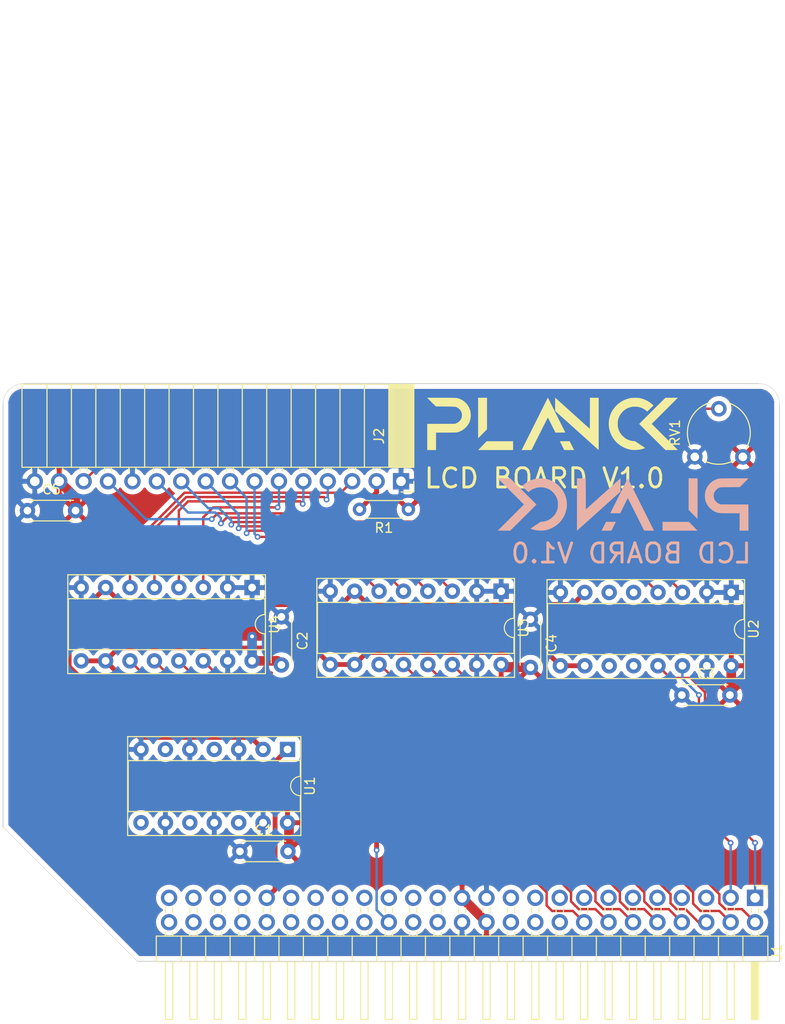
<source format=kicad_pcb>
(kicad_pcb (version 20171130) (host pcbnew "(5.1.10-1-10_14)")
  (layers (0 F.Cu signal) (31 B.Cu signal) (34 B.Paste user) (35 F.Paste user) (36 B.SilkS user) (37 F.SilkS user) (38 B.Mask user) (39 F.Mask user) (44 Edge.Cuts user))
  (net 0 "")
  (net 1 RDY)
  (net 2 A15)
  (net 3 A14)
  (net 4 A13)
  (net 5 A12)
  (net 6 A11)
  (net 7 GND)
  (net 8 +5V)
  (net 9 A10)
  (net 10 A9)
  (net 11 A8)
  (net 12 D7)
  (net 13 A7)
  (net 14 D6)
  (net 15 A6)
  (net 16 D5)
  (net 17 A5)
  (net 18 D4)
  (net 19 A4)
  (net 20 D3)
  (net 21 A3)
  (net 22 D2)
  (net 23 A2)
  (net 24 D1)
  (net 25 A1)
  (net 26 D0)
  (net 27 A0)
  (net 28 CLK)
  (net 29 BE)
  (net 30 SYNC)
  (net 31 EX3)
  (net 32 EX2)
  (net 33 EX1)
  (net 34 EX0)
  (net 35 ~NMI~)
  (net 36 ~RESET~)
  (net 37 ~SLOT_IRQ~)
  (net 38 ~IRQ~)
  (net 39 R~W~)
  (net 40 CLK_12M)
  (net 41 LED4)
  (net 42 LED3)
  (net 43 LED2)
  (net 44 LED1)
  (net 45 ~SLOT_SEL~)
  (net 46 ~INH~)
  (net 47 ~SSEL~)
  (net 48 ~SLOW~)
  (net 49 "Net-(U1-Pad6)")
  (net 50 "Net-(U1-Pad12)")
  (net 51 "Net-(U1-Pad4)")
  (net 52 "Net-(U1-Pad10)")
  (net 53 CLK_INV)
  (net 54 "Net-(U1-Pad8)")
  (net 55 "Net-(U2-Pad6)")
  (net 56 "Net-(U2-Pad5)")
  (net 57 "Net-(U2-Pad12)")
  (net 58 "Net-(U2-Pad11)")
  (net 59 /A)
  (net 60 /E)
  (net 61 /RS)
  (net 62 /D_7)
  (net 63 /D_6)
  (net 64 /D_5)
  (net 65 /D_4)
  (net 66 /D_3)
  (net 67 /D_2)
  (net 68 /D_1)
  (net 69 /D_0)
  (net 70 "Net-(J2-Pad14)")
  (module Logo:logo (layer B.Cu) (at 64.516 -47.498 180)
    (fp_text reference G*** hide)
    (fp_text value LOGO hide)
  )
  (module Logo:logo (layer F.Cu) (at 57.15 -55.88)
    (fp_text reference G*** hide)
    (fp_text value LOGO hide)
  )
  (module Resistor_THT:R_Axial_DIN0204_L3.6mm_D1.6mm_P5.08mm_Horizontal (layer F.Cu) (at 42.164 -46.99 180)
    (fp_text reference R1 (at 2.54 -1.92) (layer F.SilkS))
    (fp_text value 330R)
    (pad 2 thru_hole oval (at 5.08 0 180) (size 1.4 1.4) (drill 0.7) (layers *.Cu *.Mask) (net 59 /A))
    (pad 1 thru_hole circle (at 0 0 180) (size 1.4 1.4) (drill 0.7) (layers *.Cu *.Mask) (net 8 +5V))
  )
  (module Capacitor_THT:C_Disc_D4.3mm_W1.9mm_P5.00mm (layer F.Cu) (at 2.54 -46.863)
    (fp_text reference C5 (at 2.5 -2.2) (layer F.SilkS))
    (fp_text value 10n)
    (pad 2 thru_hole circle (at 5 0) (size 1.6 1.6) (drill 0.8) (layers *.Cu *.Mask) (net 8 +5V))
    (pad 1 thru_hole circle (at 0 0) (size 1.6 1.6) (drill 0.8) (layers *.Cu *.Mask) (net 7 GND))
  )
  (module Capacitor_THT:C_Disc_D4.3mm_W1.9mm_P5.00mm (layer F.Cu) (at 54.864 -35.56 270)
    (fp_text reference C4 (at 2.5 -2.2 90) (layer F.SilkS))
    (fp_text value 10n)
    (pad 2 thru_hole circle (at 5 0 270) (size 1.6 1.6) (drill 0.8) (layers *.Cu *.Mask) (net 8 +5V))
    (pad 1 thru_hole circle (at 0 0 270) (size 1.6 1.6) (drill 0.8) (layers *.Cu *.Mask) (net 7 GND))
  )
  (module Capacitor_THT:C_Disc_D4.3mm_W1.9mm_P5.00mm (layer F.Cu) (at 70.612 -27.686)
    (fp_text reference C3 (at 2.5 -2.2) (layer F.SilkS))
    (fp_text value 10n)
    (pad 2 thru_hole circle (at 5 0) (size 1.6 1.6) (drill 0.8) (layers *.Cu *.Mask) (net 8 +5V))
    (pad 1 thru_hole circle (at 0 0) (size 1.6 1.6) (drill 0.8) (layers *.Cu *.Mask) (net 7 GND))
  )
  (module Capacitor_THT:C_Disc_D4.3mm_W1.9mm_P5.00mm (layer F.Cu) (at 28.956 -35.814 270)
    (fp_text reference C2 (at 2.5 -2.2 90) (layer F.SilkS))
    (fp_text value 10n)
    (pad 2 thru_hole circle (at 5 0 270) (size 1.6 1.6) (drill 0.8) (layers *.Cu *.Mask) (net 8 +5V))
    (pad 1 thru_hole circle (at 0 0 270) (size 1.6 1.6) (drill 0.8) (layers *.Cu *.Mask) (net 7 GND))
  )
  (module Capacitor_THT:C_Disc_D4.3mm_W1.9mm_P5.00mm (layer F.Cu) (at 24.638 -11.43)
    (fp_text reference C1 (at 2.5 -2.2) (layer F.SilkS))
    (fp_text value 10n)
    (pad 2 thru_hole circle (at 5 0) (size 1.6 1.6) (drill 0.8) (layers *.Cu *.Mask) (net 8 +5V))
    (pad 1 thru_hole circle (at 0 0) (size 1.6 1.6) (drill 0.8) (layers *.Cu *.Mask) (net 7 GND))
  )
  (module Potentiometer_THT:Potentiometer_Piher_PT-6-V_Vertical (layer F.Cu) (at 76.962 -52.451 90)
    (fp_text reference RV1 (at 2.5 -7.06 90) (layer F.SilkS))
    (fp_text value R_POT_Small)
    (pad 1 thru_hole circle (at 0 0 90) (size 1.62 1.62) (drill 0.9) (layers *.Cu *.Mask) (net 8 +5V))
    (pad 2 thru_hole circle (at 5 -2.5 90) (size 1.62 1.62) (drill 0.9) (layers *.Cu *.Mask) (net 70 "Net-(J2-Pad14)"))
    (pad 3 thru_hole circle (at 0 -5 90) (size 1.62 1.62) (drill 0.9) (layers *.Cu *.Mask) (net 7 GND))
  )
  (module Package_DIP:DIP-16_W7.62mm_Socket (layer F.Cu) (at 25.908 -38.862 270)
    (fp_text reference U4 (at 3.81 -2.33 90) (layer F.SilkS))
    (fp_text value 74HC173)
    (pad 16 thru_hole oval (at 7.62 0 270) (size 1.6 1.6) (drill 0.8) (layers *.Cu *.Mask) (net 8 +5V))
    (pad 8 thru_hole oval (at 0 17.78 270) (size 1.6 1.6) (drill 0.8) (layers *.Cu *.Mask) (net 7 GND))
    (pad 15 thru_hole oval (at 7.62 2.54 270) (size 1.6 1.6) (drill 0.8) (layers *.Cu *.Mask) (net 7 GND))
    (pad 7 thru_hole oval (at 0 15.24 270) (size 1.6 1.6) (drill 0.8) (layers *.Cu *.Mask) (net 53 CLK_INV))
    (pad 14 thru_hole oval (at 7.62 5.08 270) (size 1.6 1.6) (drill 0.8) (layers *.Cu *.Mask) (net 18 D4))
    (pad 6 thru_hole oval (at 0 12.7 270) (size 1.6 1.6) (drill 0.8) (layers *.Cu *.Mask) (net 62 /D_7))
    (pad 13 thru_hole oval (at 7.62 7.62 270) (size 1.6 1.6) (drill 0.8) (layers *.Cu *.Mask) (net 16 D5))
    (pad 5 thru_hole oval (at 0 10.16 270) (size 1.6 1.6) (drill 0.8) (layers *.Cu *.Mask) (net 63 /D_6))
    (pad 12 thru_hole oval (at 7.62 10.16 270) (size 1.6 1.6) (drill 0.8) (layers *.Cu *.Mask) (net 14 D6))
    (pad 4 thru_hole oval (at 0 7.62 270) (size 1.6 1.6) (drill 0.8) (layers *.Cu *.Mask) (net 64 /D_5))
    (pad 11 thru_hole oval (at 7.62 12.7 270) (size 1.6 1.6) (drill 0.8) (layers *.Cu *.Mask) (net 12 D7))
    (pad 3 thru_hole oval (at 0 5.08 270) (size 1.6 1.6) (drill 0.8) (layers *.Cu *.Mask) (net 65 /D_4))
    (pad 10 thru_hole oval (at 7.62 15.24 270) (size 1.6 1.6) (drill 0.8) (layers *.Cu *.Mask) (net 45 ~SLOT_SEL~))
    (pad 2 thru_hole oval (at 0 2.54 270) (size 1.6 1.6) (drill 0.8) (layers *.Cu *.Mask) (net 7 GND))
    (pad 9 thru_hole oval (at 7.62 17.78 270) (size 1.6 1.6) (drill 0.8) (layers *.Cu *.Mask) (net 45 ~SLOT_SEL~))
    (pad 1 thru_hole rect (at 0 0 270) (size 1.6 1.6) (drill 0.8) (layers *.Cu *.Mask) (net 7 GND))
  )
  (module Package_DIP:DIP-16_W7.62mm_Socket (layer F.Cu) (at 51.816 -38.481 270)
    (fp_text reference U3 (at 3.81 -2.33 90) (layer F.SilkS))
    (fp_text value 74HC173)
    (pad 16 thru_hole oval (at 7.62 0 270) (size 1.6 1.6) (drill 0.8) (layers *.Cu *.Mask) (net 8 +5V))
    (pad 8 thru_hole oval (at 0 17.78 270) (size 1.6 1.6) (drill 0.8) (layers *.Cu *.Mask) (net 7 GND))
    (pad 15 thru_hole oval (at 7.62 2.54 270) (size 1.6 1.6) (drill 0.8) (layers *.Cu *.Mask) (net 7 GND))
    (pad 7 thru_hole oval (at 0 15.24 270) (size 1.6 1.6) (drill 0.8) (layers *.Cu *.Mask) (net 53 CLK_INV))
    (pad 14 thru_hole oval (at 7.62 5.08 270) (size 1.6 1.6) (drill 0.8) (layers *.Cu *.Mask) (net 26 D0))
    (pad 6 thru_hole oval (at 0 12.7 270) (size 1.6 1.6) (drill 0.8) (layers *.Cu *.Mask) (net 66 /D_3))
    (pad 13 thru_hole oval (at 7.62 7.62 270) (size 1.6 1.6) (drill 0.8) (layers *.Cu *.Mask) (net 24 D1))
    (pad 5 thru_hole oval (at 0 10.16 270) (size 1.6 1.6) (drill 0.8) (layers *.Cu *.Mask) (net 67 /D_2))
    (pad 12 thru_hole oval (at 7.62 10.16 270) (size 1.6 1.6) (drill 0.8) (layers *.Cu *.Mask) (net 22 D2))
    (pad 4 thru_hole oval (at 0 7.62 270) (size 1.6 1.6) (drill 0.8) (layers *.Cu *.Mask) (net 68 /D_1))
    (pad 11 thru_hole oval (at 7.62 12.7 270) (size 1.6 1.6) (drill 0.8) (layers *.Cu *.Mask) (net 20 D3))
    (pad 3 thru_hole oval (at 0 5.08 270) (size 1.6 1.6) (drill 0.8) (layers *.Cu *.Mask) (net 69 /D_0))
    (pad 10 thru_hole oval (at 7.62 15.24 270) (size 1.6 1.6) (drill 0.8) (layers *.Cu *.Mask) (net 45 ~SLOT_SEL~))
    (pad 2 thru_hole oval (at 0 2.54 270) (size 1.6 1.6) (drill 0.8) (layers *.Cu *.Mask) (net 7 GND))
    (pad 9 thru_hole oval (at 7.62 17.78 270) (size 1.6 1.6) (drill 0.8) (layers *.Cu *.Mask) (net 45 ~SLOT_SEL~))
    (pad 1 thru_hole rect (at 0 0 270) (size 1.6 1.6) (drill 0.8) (layers *.Cu *.Mask) (net 7 GND))
  )
  (module Package_DIP:DIP-16_W7.62mm_Socket (layer F.Cu) (at 75.7555 -38.354 270)
    (fp_text reference U2 (at 3.81 -2.33 90) (layer F.SilkS))
    (fp_text value 74HC173)
    (pad 16 thru_hole oval (at 7.62 0 270) (size 1.6 1.6) (drill 0.8) (layers *.Cu *.Mask) (net 8 +5V))
    (pad 8 thru_hole oval (at 0 17.78 270) (size 1.6 1.6) (drill 0.8) (layers *.Cu *.Mask) (net 7 GND))
    (pad 15 thru_hole oval (at 7.62 2.54 270) (size 1.6 1.6) (drill 0.8) (layers *.Cu *.Mask) (net 7 GND))
    (pad 7 thru_hole oval (at 0 15.24 270) (size 1.6 1.6) (drill 0.8) (layers *.Cu *.Mask) (net 53 CLK_INV))
    (pad 14 thru_hole oval (at 7.62 5.08 270) (size 1.6 1.6) (drill 0.8) (layers *.Cu *.Mask) (net 25 A1))
    (pad 6 thru_hole oval (at 0 12.7 270) (size 1.6 1.6) (drill 0.8) (layers *.Cu *.Mask) (net 55 "Net-(U2-Pad6)"))
    (pad 13 thru_hole oval (at 7.62 7.62 270) (size 1.6 1.6) (drill 0.8) (layers *.Cu *.Mask) (net 27 A0))
    (pad 5 thru_hole oval (at 0 10.16 270) (size 1.6 1.6) (drill 0.8) (layers *.Cu *.Mask) (net 56 "Net-(U2-Pad5)"))
    (pad 12 thru_hole oval (at 7.62 10.16 270) (size 1.6 1.6) (drill 0.8) (layers *.Cu *.Mask) (net 57 "Net-(U2-Pad12)"))
    (pad 4 thru_hole oval (at 0 7.62 270) (size 1.6 1.6) (drill 0.8) (layers *.Cu *.Mask) (net 60 /E))
    (pad 11 thru_hole oval (at 7.62 12.7 270) (size 1.6 1.6) (drill 0.8) (layers *.Cu *.Mask) (net 58 "Net-(U2-Pad11)"))
    (pad 3 thru_hole oval (at 0 5.08 270) (size 1.6 1.6) (drill 0.8) (layers *.Cu *.Mask) (net 61 /RS))
    (pad 10 thru_hole oval (at 7.62 15.24 270) (size 1.6 1.6) (drill 0.8) (layers *.Cu *.Mask) (net 45 ~SLOT_SEL~))
    (pad 2 thru_hole oval (at 0 2.54 270) (size 1.6 1.6) (drill 0.8) (layers *.Cu *.Mask) (net 7 GND))
    (pad 9 thru_hole oval (at 7.62 17.78 270) (size 1.6 1.6) (drill 0.8) (layers *.Cu *.Mask) (net 45 ~SLOT_SEL~))
    (pad 1 thru_hole rect (at 0 0 270) (size 1.6 1.6) (drill 0.8) (layers *.Cu *.Mask) (net 7 GND))
  )
  (module Package_DIP:DIP-14_W7.62mm_Socket (layer F.Cu) (at 29.591 -22.0345 270)
    (fp_text reference U1 (at 3.81 -2.33 90) (layer F.SilkS))
    (fp_text value 74HC04)
    (pad 14 thru_hole oval (at 7.62 0 270) (size 1.6 1.6) (drill 0.8) (layers *.Cu *.Mask) (net 8 +5V))
    (pad 7 thru_hole oval (at 0 15.24 270) (size 1.6 1.6) (drill 0.8) (layers *.Cu *.Mask) (net 7 GND))
    (pad 13 thru_hole oval (at 7.62 2.54 270) (size 1.6 1.6) (drill 0.8) (layers *.Cu *.Mask) (net 7 GND))
    (pad 6 thru_hole oval (at 0 12.7 270) (size 1.6 1.6) (drill 0.8) (layers *.Cu *.Mask) (net 49 "Net-(U1-Pad6)"))
    (pad 12 thru_hole oval (at 7.62 5.08 270) (size 1.6 1.6) (drill 0.8) (layers *.Cu *.Mask) (net 50 "Net-(U1-Pad12)"))
    (pad 5 thru_hole oval (at 0 10.16 270) (size 1.6 1.6) (drill 0.8) (layers *.Cu *.Mask) (net 7 GND))
    (pad 11 thru_hole oval (at 7.62 7.62 270) (size 1.6 1.6) (drill 0.8) (layers *.Cu *.Mask) (net 7 GND))
    (pad 4 thru_hole oval (at 0 7.62 270) (size 1.6 1.6) (drill 0.8) (layers *.Cu *.Mask) (net 51 "Net-(U1-Pad4)"))
    (pad 10 thru_hole oval (at 7.62 10.16 270) (size 1.6 1.6) (drill 0.8) (layers *.Cu *.Mask) (net 52 "Net-(U1-Pad10)"))
    (pad 3 thru_hole oval (at 0 5.08 270) (size 1.6 1.6) (drill 0.8) (layers *.Cu *.Mask) (net 7 GND))
    (pad 9 thru_hole oval (at 7.62 12.7 270) (size 1.6 1.6) (drill 0.8) (layers *.Cu *.Mask) (net 7 GND))
    (pad 2 thru_hole oval (at 0 2.54 270) (size 1.6 1.6) (drill 0.8) (layers *.Cu *.Mask) (net 53 CLK_INV))
    (pad 8 thru_hole oval (at 7.62 15.24 270) (size 1.6 1.6) (drill 0.8) (layers *.Cu *.Mask) (net 54 "Net-(U1-Pad8)"))
    (pad 1 thru_hole rect (at 0 0 270) (size 1.6 1.6) (drill 0.8) (layers *.Cu *.Mask) (net 28 CLK))
  )
  (module Connector_PinSocket_2.54mm:PinSocket_1x16_P2.54mm_Horizontal (layer F.Cu) (at 41.402 -49.911 270)
    (fp_text reference J2 (at -4.699 2.286 90) (layer F.SilkS))
    (fp_text value Conn_01x16)
    (pad 16 thru_hole oval (at 0 38.1 270) (size 1.7 1.7) (drill 1) (layers *.Cu *.Mask) (net 7 GND))
    (pad 15 thru_hole oval (at 0 35.56 270) (size 1.7 1.7) (drill 1) (layers *.Cu *.Mask) (net 8 +5V))
    (pad 14 thru_hole oval (at 0 33.02 270) (size 1.7 1.7) (drill 1) (layers *.Cu *.Mask) (net 70 "Net-(J2-Pad14)"))
    (pad 13 thru_hole oval (at 0 30.48 270) (size 1.7 1.7) (drill 1) (layers *.Cu *.Mask) (net 61 /RS))
    (pad 12 thru_hole oval (at 0 27.94 270) (size 1.7 1.7) (drill 1) (layers *.Cu *.Mask) (net 7 GND))
    (pad 11 thru_hole oval (at 0 25.4 270) (size 1.7 1.7) (drill 1) (layers *.Cu *.Mask) (net 60 /E))
    (pad 10 thru_hole oval (at 0 22.86 270) (size 1.7 1.7) (drill 1) (layers *.Cu *.Mask) (net 69 /D_0))
    (pad 9 thru_hole oval (at 0 20.32 270) (size 1.7 1.7) (drill 1) (layers *.Cu *.Mask) (net 68 /D_1))
    (pad 8 thru_hole oval (at 0 17.78 270) (size 1.7 1.7) (drill 1) (layers *.Cu *.Mask) (net 67 /D_2))
    (pad 7 thru_hole oval (at 0 15.24 270) (size 1.7 1.7) (drill 1) (layers *.Cu *.Mask) (net 66 /D_3))
    (pad 6 thru_hole oval (at 0 12.7 270) (size 1.7 1.7) (drill 1) (layers *.Cu *.Mask) (net 65 /D_4))
    (pad 5 thru_hole oval (at 0 10.16 270) (size 1.7 1.7) (drill 1) (layers *.Cu *.Mask) (net 64 /D_5))
    (pad 4 thru_hole oval (at 0 7.62 270) (size 1.7 1.7) (drill 1) (layers *.Cu *.Mask) (net 63 /D_6))
    (pad 3 thru_hole oval (at 0 5.08 270) (size 1.7 1.7) (drill 1) (layers *.Cu *.Mask) (net 62 /D_7))
    (pad 2 thru_hole oval (at 0 2.54 270) (size 1.7 1.7) (drill 1) (layers *.Cu *.Mask) (net 59 /A))
    (pad 1 thru_hole rect (at 0 0 270) (size 1.7 1.7) (drill 1) (layers *.Cu *.Mask) (net 7 GND))
  )
  (module Connector_PinHeader_2.54mm:PinHeader_2x25_P2.54mm_Horizontal (layer F.Cu) (at 78.232 -6.604 270)
    (fp_text reference J1 (at 5.655 -2.27 90) (layer F.SilkS))
    (fp_text value Conn_01x40)
    (pad 50 thru_hole oval (at 2.54 60.96 270) (size 1.7 1.7) (drill 1) (layers *.Cu *.Mask) (net 35 ~NMI~))
    (pad 49 thru_hole oval (at 0 60.96 270) (size 1.7 1.7) (drill 1) (layers *.Cu *.Mask) (net 36 ~RESET~))
    (pad 48 thru_hole oval (at 2.54 58.42 270) (size 1.7 1.7) (drill 1) (layers *.Cu *.Mask) (net 37 ~SLOT_IRQ~))
    (pad 47 thru_hole oval (at 0 58.42 270) (size 1.7 1.7) (drill 1) (layers *.Cu *.Mask) (net 30 SYNC))
    (pad 46 thru_hole oval (at 2.54 55.88 270) (size 1.7 1.7) (drill 1) (layers *.Cu *.Mask) (net 31 EX3))
    (pad 45 thru_hole oval (at 0 55.88 270) (size 1.7 1.7) (drill 1) (layers *.Cu *.Mask) (net 38 ~IRQ~))
    (pad 44 thru_hole oval (at 2.54 53.34 270) (size 1.7 1.7) (drill 1) (layers *.Cu *.Mask) (net 32 EX2))
    (pad 43 thru_hole oval (at 0 53.34 270) (size 1.7 1.7) (drill 1) (layers *.Cu *.Mask) (net 39 R~W~))
    (pad 42 thru_hole oval (at 2.54 50.8 270) (size 1.7 1.7) (drill 1) (layers *.Cu *.Mask) (net 40 CLK_12M))
    (pad 41 thru_hole oval (at 0 50.8 270) (size 1.7 1.7) (drill 1) (layers *.Cu *.Mask) (net 28 CLK))
    (pad 40 thru_hole oval (at 2.54 48.26 270) (size 1.7 1.7) (drill 1) (layers *.Cu *.Mask) (net 41 LED4))
    (pad 39 thru_hole oval (at 0 48.26 270) (size 1.7 1.7) (drill 1) (layers *.Cu *.Mask) (net 29 BE))
    (pad 38 thru_hole oval (at 2.54 45.72 270) (size 1.7 1.7) (drill 1) (layers *.Cu *.Mask) (net 42 LED3))
    (pad 37 thru_hole oval (at 0 45.72 270) (size 1.7 1.7) (drill 1) (layers *.Cu *.Mask) (net 1 RDY))
    (pad 36 thru_hole oval (at 2.54 43.18 270) (size 1.7 1.7) (drill 1) (layers *.Cu *.Mask) (net 43 LED2))
    (pad 35 thru_hole oval (at 0 43.18 270) (size 1.7 1.7) (drill 1) (layers *.Cu *.Mask) (net 2 A15))
    (pad 34 thru_hole oval (at 2.54 40.64 270) (size 1.7 1.7) (drill 1) (layers *.Cu *.Mask) (net 44 LED1))
    (pad 33 thru_hole oval (at 0 40.64 270) (size 1.7 1.7) (drill 1) (layers *.Cu *.Mask) (net 3 A14))
    (pad 32 thru_hole oval (at 2.54 38.1 270) (size 1.7 1.7) (drill 1) (layers *.Cu *.Mask) (net 45 ~SLOT_SEL~))
    (pad 31 thru_hole oval (at 0 38.1 270) (size 1.7 1.7) (drill 1) (layers *.Cu *.Mask) (net 4 A13))
    (pad 30 thru_hole oval (at 2.54 35.56 270) (size 1.7 1.7) (drill 1) (layers *.Cu *.Mask) (net 46 ~INH~))
    (pad 29 thru_hole oval (at 0 35.56 270) (size 1.7 1.7) (drill 1) (layers *.Cu *.Mask) (net 5 A12))
    (pad 28 thru_hole oval (at 2.54 33.02 270) (size 1.7 1.7) (drill 1) (layers *.Cu *.Mask) (net 47 ~SSEL~))
    (pad 27 thru_hole oval (at 0 33.02 270) (size 1.7 1.7) (drill 1) (layers *.Cu *.Mask) (net 6 A11))
    (pad 26 thru_hole oval (at 2.54 30.48 270) (size 1.7 1.7) (drill 1) (layers *.Cu *.Mask) (net 7 GND))
    (pad 25 thru_hole oval (at 0 30.48 270) (size 1.7 1.7) (drill 1) (layers *.Cu *.Mask) (net 8 +5V))
    (pad 24 thru_hole oval (at 2.54 27.94 270) (size 1.7 1.7) (drill 1) (layers *.Cu *.Mask) (net 8 +5V))
    (pad 23 thru_hole oval (at 0 27.94 270) (size 1.7 1.7) (drill 1) (layers *.Cu *.Mask) (net 7 GND))
    (pad 22 thru_hole oval (at 2.54 25.4 270) (size 1.7 1.7) (drill 1) (layers *.Cu *.Mask) (net 48 ~SLOW~))
    (pad 21 thru_hole oval (at 0 25.4 270) (size 1.7 1.7) (drill 1) (layers *.Cu *.Mask) (net 9 A10))
    (pad 20 thru_hole oval (at 2.54 22.86 270) (size 1.7 1.7) (drill 1) (layers *.Cu *.Mask) (net 33 EX1))
    (pad 19 thru_hole oval (at 0 22.86 270) (size 1.7 1.7) (drill 1) (layers *.Cu *.Mask) (net 10 A9))
    (pad 18 thru_hole oval (at 2.54 20.32 270) (size 1.7 1.7) (drill 1) (layers *.Cu *.Mask) (net 34 EX0))
    (pad 17 thru_hole oval (at 0 20.32 270) (size 1.7 1.7) (drill 1) (layers *.Cu *.Mask) (net 11 A8))
    (pad 16 thru_hole oval (at 2.54 17.78 270) (size 1.7 1.7) (drill 1) (layers *.Cu *.Mask) (net 12 D7))
    (pad 15 thru_hole oval (at 0 17.78 270) (size 1.7 1.7) (drill 1) (layers *.Cu *.Mask) (net 13 A7))
    (pad 14 thru_hole oval (at 2.54 15.24 270) (size 1.7 1.7) (drill 1) (layers *.Cu *.Mask) (net 14 D6))
    (pad 13 thru_hole oval (at 0 15.24 270) (size 1.7 1.7) (drill 1) (layers *.Cu *.Mask) (net 15 A6))
    (pad 12 thru_hole oval (at 2.54 12.7 270) (size 1.7 1.7) (drill 1) (layers *.Cu *.Mask) (net 16 D5))
    (pad 11 thru_hole oval (at 0 12.7 270) (size 1.7 1.7) (drill 1) (layers *.Cu *.Mask) (net 17 A5))
    (pad 10 thru_hole oval (at 2.54 10.16 270) (size 1.7 1.7) (drill 1) (layers *.Cu *.Mask) (net 18 D4))
    (pad 9 thru_hole oval (at 0 10.16 270) (size 1.7 1.7) (drill 1) (layers *.Cu *.Mask) (net 19 A4))
    (pad 8 thru_hole oval (at 2.54 7.62 270) (size 1.7 1.7) (drill 1) (layers *.Cu *.Mask) (net 20 D3))
    (pad 7 thru_hole oval (at 0 7.62 270) (size 1.7 1.7) (drill 1) (layers *.Cu *.Mask) (net 21 A3))
    (pad 6 thru_hole oval (at 2.54 5.08 270) (size 1.7 1.7) (drill 1) (layers *.Cu *.Mask) (net 22 D2))
    (pad 5 thru_hole oval (at 0 5.08 270) (size 1.7 1.7) (drill 1) (layers *.Cu *.Mask) (net 23 A2))
    (pad 4 thru_hole oval (at 2.54 2.54 270) (size 1.7 1.7) (drill 1) (layers *.Cu *.Mask) (net 24 D1))
    (pad 3 thru_hole oval (at 0 2.54 270) (size 1.7 1.7) (drill 1) (layers *.Cu *.Mask) (net 25 A1))
    (pad 2 thru_hole oval (at 2.54 0 270) (size 1.7 1.7) (drill 1) (layers *.Cu *.Mask) (net 26 D0))
    (pad 1 thru_hole rect (at 0 0 270) (size 1.7 1.7) (drill 1) (layers *.Cu *.Mask) (net 27 A0))
  )
  (gr_arc (start 2.159 -57.912) (end 2.159 -60.071) (angle -90) (layer Edge.Cuts) (width 0.05))
  (gr_arc (start 78.613 -57.912) (end 80.772 -57.912) (angle -90) (layer Edge.Cuts) (width 0.05))
  (gr_text "LCD BOARD V1.0" (at 65.3415 -42.418) (layer B.SilkS) (effects (font (size 2 2) (thickness 0.3)) (justify mirror)))
  (gr_line (start 13.97 0) (end 0 -13.97) (layer Edge.Cuts) (width 0.05))
  (gr_text "LCD BOARD V1.0" (at 56.3245 -50.2285) (layer F.SilkS) (effects (font (size 2 2) (thickness 0.3))))
  (gr_line (start 2.159 -60.071) (end 78.613 -60.071) (layer Edge.Cuts) (width 0.1))
  (gr_line (start 0 -13.97) (end 0 -57.912) (layer Edge.Cuts) (width 0.1))
  (gr_line (start 80.772 0) (end 13.97 0) (layer Edge.Cuts) (width 0.1))
  (gr_line (start 80.772 -57.912) (end 80.772 0) (layer Edge.Cuts) (width 0.1))
  (segment (start 26.77 -14.1335) (end 27.051 -14.4145) (width 1) (layer F.Cu) (net 7))
  (segment (start 48.995 -30.58) (end 49.276 -30.861) (width 1) (layer F.Cu) (net 7))
  (segment (start 3.148 -49.757) (end 3.302 -49.911) (width 1) (layer F.Cu) (net 7))
  (segment (start 29.745 -14.2605) (end 29.591 -14.4145) (width 1) (layer F.Cu) (net 8))
  (segment (start 29.745 -11.6205) (end 29.745 -14.2605) (width 1) (layer F.Cu) (net 8))
  (segment (start 50.292 -4.064) (end 47.752 -6.604) (width 1) (layer F.Cu) (net 8))
  (via (at 25.908 -33.782) (size 0.8) (drill 0.4) (layers F.Cu B.Cu) (net 8))
  (segment (start 25.908 -31.242) (end 25.908 -33.782) (width 1) (layer B.Cu) (net 8))
  (segment (start 75.7555 -27.8295) (end 75.7555 -30.734) (width 1) (layer F.Cu) (net 8))
  (segment (start 75.612 -27.686) (end 75.7555 -27.8295) (width 1) (layer F.Cu) (net 8))
  (segment (start 52.117 -30.56) (end 51.816 -30.861) (width 1) (layer F.Cu) (net 8))
  (segment (start 54.864 -30.56) (end 52.117 -30.56) (width 1) (layer F.Cu) (net 8))
  (segment (start 28.528 -31.242) (end 25.908 -31.242) (width 1) (layer F.Cu) (net 8))
  (segment (start 28.956 -30.814) (end 28.528 -31.242) (width 1) (layer F.Cu) (net 8))
  (segment (start 7.54 -48.213) (end 5.842 -49.911) (width 1) (layer F.Cu) (net 8))
  (segment (start 7.54 -46.863) (end 7.54 -48.213) (width 1) (layer F.Cu) (net 8))
  (segment (start 59.276999 -5.239001) (end 57.117999 -5.239001) (width 0.25) (layer F.Cu) (net 12))
  (segment (start 60.452 -4.064) (end 59.276999 -5.239001) (width 0.25) (layer F.Cu) (net 12))
  (segment (start 57.117999 -5.239001) (end 56.547001 -5.809999) (width 0.25) (layer F.Cu) (net 12))
  (segment (start 56.547001 -7.168001) (end 35.838502 -27.8765) (width 0.25) (layer F.Cu) (net 12))
  (segment (start 56.547001 -5.809999) (end 56.547001 -7.168001) (width 0.25) (layer F.Cu) (net 12))
  (segment (start 16.5735 -27.8765) (end 13.208 -31.242) (width 0.25) (layer F.Cu) (net 12))
  (segment (start 35.838502 -27.8765) (end 16.5735 -27.8765) (width 0.25) (layer F.Cu) (net 12))
  (segment (start 62.992 -4.064) (end 61.627001 -5.428999) (width 0.25) (layer F.Cu) (net 14))
  (segment (start 59.887999 -5.428999) (end 59.087001 -6.229997) (width 0.25) (layer F.Cu) (net 14))
  (segment (start 37.928491 -28.326511) (end 18.663489 -28.326511) (width 0.25) (layer F.Cu) (net 14))
  (segment (start 59.087001 -7.168001) (end 37.928491 -28.326511) (width 0.25) (layer F.Cu) (net 14))
  (segment (start 59.087001 -6.229997) (end 59.087001 -7.168001) (width 0.25) (layer F.Cu) (net 14))
  (segment (start 61.627001 -5.428999) (end 59.887999 -5.428999) (width 0.25) (layer F.Cu) (net 14))
  (segment (start 18.663489 -28.326511) (end 15.748 -31.242) (width 0.25) (layer F.Cu) (net 14))
  (segment (start 62.427999 -5.428999) (end 61.627001 -6.229997) (width 0.25) (layer F.Cu) (net 16))
  (segment (start 64.167001 -5.428999) (end 62.427999 -5.428999) (width 0.25) (layer F.Cu) (net 16))
  (segment (start 20.753478 -28.776522) (end 18.288 -31.242) (width 0.25) (layer F.Cu) (net 16))
  (segment (start 61.627001 -7.168001) (end 40.01848 -28.776522) (width 0.25) (layer F.Cu) (net 16))
  (segment (start 65.532 -4.064) (end 64.167001 -5.428999) (width 0.25) (layer F.Cu) (net 16))
  (segment (start 40.01848 -28.776522) (end 20.753478 -28.776522) (width 0.25) (layer F.Cu) (net 16))
  (segment (start 61.627001 -6.229997) (end 61.627001 -7.168001) (width 0.25) (layer F.Cu) (net 16))
  (segment (start 68.072 -4.064) (end 66.707001 -5.428999) (width 0.25) (layer F.Cu) (net 18))
  (segment (start 46.437491 -24.897511) (end 44.533902 -24.897511) (width 0.25) (layer F.Cu) (net 18))
  (segment (start 66.707001 -5.428999) (end 64.967999 -5.428999) (width 0.25) (layer F.Cu) (net 18))
  (segment (start 64.967999 -5.428999) (end 64.167001 -6.229997) (width 0.25) (layer F.Cu) (net 18))
  (segment (start 64.167001 -7.168001) (end 46.437491 -24.897511) (width 0.25) (layer F.Cu) (net 18))
  (segment (start 64.167001 -6.229997) (end 64.167001 -7.168001) (width 0.25) (layer F.Cu) (net 18))
  (segment (start 40.20488 -29.226533) (end 22.843467 -29.226533) (width 0.25) (layer F.Cu) (net 18))
  (segment (start 44.533902 -24.897511) (end 40.20488 -29.226533) (width 0.25) (layer F.Cu) (net 18))
  (segment (start 22.843467 -29.226533) (end 20.828 -31.242) (width 0.25) (layer F.Cu) (net 18))
  (segment (start 70.612 -4.064) (end 69.247001 -5.428999) (width 0.25) (layer F.Cu) (net 20))
  (segment (start 69.247001 -5.428999) (end 67.507999 -5.428999) (width 0.25) (layer F.Cu) (net 20))
  (segment (start 39.206824 -30.861) (end 39.116 -30.861) (width 0.25) (layer F.Cu) (net 20))
  (segment (start 66.707001 -6.229997) (end 66.707001 -7.168001) (width 0.25) (layer F.Cu) (net 20))
  (segment (start 66.707001 -7.168001) (end 48.52748 -25.347522) (width 0.25) (layer F.Cu) (net 20))
  (segment (start 44.720302 -25.347522) (end 39.206824 -30.861) (width 0.25) (layer F.Cu) (net 20))
  (segment (start 48.52748 -25.347522) (end 44.720302 -25.347522) (width 0.25) (layer F.Cu) (net 20))
  (segment (start 67.507999 -5.428999) (end 66.707001 -6.229997) (width 0.25) (layer F.Cu) (net 20))
  (segment (start 69.436999 -6.978003) (end 50.570502 -25.8445) (width 0.25) (layer F.Cu) (net 22))
  (segment (start 69.436999 -6.039999) (end 69.436999 -6.978003) (width 0.25) (layer F.Cu) (net 22))
  (segment (start 73.152 -4.064) (end 72.351002 -4.064) (width 0.25) (layer F.Cu) (net 22))
  (segment (start 72.351002 -4.064) (end 70.986003 -5.428999) (width 0.25) (layer F.Cu) (net 22))
  (segment (start 70.986003 -5.428999) (end 70.047999 -5.428999) (width 0.25) (layer F.Cu) (net 22))
  (segment (start 70.047999 -5.428999) (end 69.436999 -6.039999) (width 0.25) (layer F.Cu) (net 22))
  (segment (start 46.6725 -25.8445) (end 41.656 -30.861) (width 0.25) (layer F.Cu) (net 22))
  (segment (start 50.570502 -25.8445) (end 46.6725 -25.8445) (width 0.25) (layer F.Cu) (net 22))
  (segment (start 44.196 -30.734) (end 44.196 -30.861) (width 0.25) (layer F.Cu) (net 24))
  (segment (start 74.516999 -5.239001) (end 72.548499 -5.239001) (width 0.25) (layer F.Cu) (net 24))
  (segment (start 71.787001 -7.168001) (end 52.660491 -26.294511) (width 0.25) (layer F.Cu) (net 24))
  (segment (start 71.787001 -6.000499) (end 71.787001 -7.168001) (width 0.25) (layer F.Cu) (net 24))
  (segment (start 72.548499 -5.239001) (end 71.787001 -6.000499) (width 0.25) (layer F.Cu) (net 24))
  (segment (start 75.692 -4.064) (end 74.516999 -5.239001) (width 0.25) (layer F.Cu) (net 24))
  (segment (start 52.660491 -26.294511) (end 48.635489 -26.294511) (width 0.25) (layer F.Cu) (net 24))
  (segment (start 48.635489 -26.294511) (end 44.196 -30.734) (width 0.25) (layer F.Cu) (net 24))
  (via (at 75.692 -12.319) (size 0.6) (drill 0.3) (layers F.Cu B.Cu) (net 25))
  (segment (start 75.692 -12.319) (end 75.692 -6.604) (width 0.25) (layer B.Cu) (net 25))
  (segment (start 75.692 -12.319) (end 72.39 -15.621) (width 0.25) (layer F.Cu) (net 25))
  (segment (start 72.39 -15.621) (end 72.39 -27.686) (width 0.25) (layer F.Cu) (net 25))
  (via (at 72.39 -27.686) (size 0.6) (drill 0.3) (layers F.Cu B.Cu) (net 25))
  (segment (start 70.6755 -29.4005) (end 72.39 -27.686) (width 0.25) (layer B.Cu) (net 25))
  (segment (start 70.6755 -30.734) (end 70.6755 -29.4005) (width 0.25) (layer B.Cu) (net 25))
  (segment (start 76.867001 -5.428999) (end 75.127999 -5.428999) (width 0.25) (layer F.Cu) (net 26))
  (segment (start 54.691512 -26.80349) (end 50.79351 -26.80349) (width 0.25) (layer F.Cu) (net 26))
  (segment (start 75.127999 -5.428999) (end 74.516999 -6.039999) (width 0.25) (layer F.Cu) (net 26))
  (segment (start 74.516999 -6.039999) (end 74.516999 -6.978003) (width 0.25) (layer F.Cu) (net 26))
  (segment (start 78.232 -4.064) (end 76.867001 -5.428999) (width 0.25) (layer F.Cu) (net 26))
  (segment (start 74.516999 -6.978003) (end 54.691512 -26.80349) (width 0.25) (layer F.Cu) (net 26))
  (segment (start 50.79351 -26.80349) (end 46.736 -30.861) (width 0.25) (layer F.Cu) (net 26))
  (via (at 78.232 -12.319) (size 0.6) (drill 0.3) (layers F.Cu B.Cu) (net 27))
  (segment (start 78.232 -12.319) (end 78.232 -6.604) (width 0.25) (layer B.Cu) (net 27))
  (segment (start 71.537004 -29.464) (end 69.4055 -29.464) (width 0.25) (layer F.Cu) (net 27))
  (segment (start 73.015002 -17.535998) (end 73.015002 -27.986002) (width 0.25) (layer F.Cu) (net 27))
  (segment (start 69.4055 -29.464) (end 68.1355 -30.734) (width 0.25) (layer F.Cu) (net 27))
  (segment (start 73.015002 -27.986002) (end 71.537004 -29.464) (width 0.25) (layer F.Cu) (net 27))
  (segment (start 78.232 -12.319) (end 73.015002 -17.535998) (width 0.25) (layer F.Cu) (net 27))
  (segment (start 28.301001 -20.744501) (end 29.591 -22.0345) (width 0.5) (layer F.Cu) (net 28))
  (segment (start 28.301001 -7.473001) (end 28.301001 -20.744501) (width 0.5) (layer F.Cu) (net 28))
  (segment (start 27.432 -6.604) (end 28.301001 -7.473001) (width 0.5) (layer F.Cu) (net 28))
  (segment (start 8.128 -31.242) (end 10.668 -31.242) (width 0.5) (layer F.Cu) (net 45))
  (segment (start 34.036 -30.861) (end 36.576 -30.861) (width 0.5) (layer F.Cu) (net 45))
  (segment (start 37.826001 -32.111001) (end 56.598499 -32.111001) (width 0.5) (layer F.Cu) (net 45))
  (segment (start 56.598499 -32.111001) (end 57.9755 -30.734) (width 0.5) (layer F.Cu) (net 45))
  (segment (start 36.576 -30.861) (end 37.826001 -32.111001) (width 0.5) (layer F.Cu) (net 45))
  (segment (start 57.9755 -30.734) (end 60.5155 -30.734) (width 0.5) (layer F.Cu) (net 45))
  (segment (start 10.668 -31.242) (end 16.764 -25.146) (width 0.5) (layer F.Cu) (net 45))
  (segment (start 16.764 -25.146) (end 29.7815 -25.146) (width 0.5) (layer F.Cu) (net 45))
  (segment (start 29.7815 -25.146) (end 38.862 -16.0655) (width 0.5) (layer F.Cu) (net 45))
  (via (at 38.862 -11.556998) (size 0.6) (drill 0.3) (layers F.Cu B.Cu) (net 45))
  (segment (start 38.862 -16.0655) (end 38.862 -11.556998) (width 0.5) (layer F.Cu) (net 45))
  (segment (start 38.862 -5.334) (end 38.862 -11.556998) (width 0.25) (layer B.Cu) (net 45))
  (segment (start 40.132 -4.064) (end 38.862 -5.334) (width 0.25) (layer B.Cu) (net 45))
  (segment (start 32.3215 -32.5755) (end 34.036 -30.861) (width 0.5) (layer F.Cu) (net 45))
  (segment (start 12.0015 -32.5755) (end 32.3215 -32.5755) (width 0.5) (layer F.Cu) (net 45))
  (segment (start 10.668 -31.242) (end 12.0015 -32.5755) (width 0.5) (layer F.Cu) (net 45))
  (segment (start 37.953001 -37.103999) (end 59.265499 -37.103999) (width 0.5) (layer F.Cu) (net 53))
  (segment (start 59.265499 -37.103999) (end 60.5155 -38.354) (width 0.5) (layer F.Cu) (net 53))
  (segment (start 36.576 -38.481) (end 37.953001 -37.103999) (width 0.5) (layer F.Cu) (net 53))
  (segment (start 36.576 -38.481) (end 35.179 -37.084) (width 0.5) (layer F.Cu) (net 53))
  (segment (start 12.446 -37.084) (end 10.668 -38.862) (width 0.5) (layer F.Cu) (net 53))
  (segment (start 35.179 -37.084) (end 12.446 -37.084) (width 0.5) (layer F.Cu) (net 53))
  (segment (start 14.235497 -23.284501) (end 25.800999 -23.284501) (width 0.5) (layer F.Cu) (net 53))
  (segment (start 25.800999 -23.284501) (end 27.051 -22.0345) (width 0.5) (layer F.Cu) (net 53))
  (segment (start 6.877999 -30.641999) (end 14.235497 -23.284501) (width 0.5) (layer F.Cu) (net 53))
  (segment (start 6.877999 -35.071999) (end 6.877999 -30.641999) (width 0.5) (layer F.Cu) (net 53))
  (segment (start 10.668 -38.862) (end 6.877999 -35.071999) (width 0.5) (layer F.Cu) (net 53))
  (segment (start 38.862 -48.768) (end 38.862 -49.911) (width 0.5) (layer F.Cu) (net 59))
  (segment (start 37.084 -46.99) (end 38.862 -48.768) (width 0.5) (layer F.Cu) (net 59))
  (via (at 22.666945 -45.532047) (size 0.6) (drill 0.3) (layers F.Cu B.Cu) (net 60))
  (segment (start 22.666945 -46.076059) (end 22.666945 -45.532047) (width 0.25) (layer B.Cu) (net 60))
  (segment (start 16.002 -49.911) (end 19.250498 -46.662502) (width 0.25) (layer B.Cu) (net 60))
  (segment (start 19.250498 -46.662502) (end 22.080502 -46.662502) (width 0.25) (layer B.Cu) (net 60))
  (segment (start 22.080502 -46.662502) (end 22.666945 -46.076059) (width 0.25) (layer B.Cu) (net 60))
  (segment (start 22.966944 -45.832046) (end 22.666945 -45.532047) (width 0.25) (layer F.Cu) (net 60))
  (segment (start 61.219511 -45.269989) (end 34.872655 -45.269989) (width 0.25) (layer F.Cu) (net 60))
  (segment (start 34.0196 -46.123044) (end 23.257942 -46.123044) (width 0.25) (layer F.Cu) (net 60))
  (segment (start 23.257942 -46.123044) (end 22.966944 -45.832046) (width 0.25) (layer F.Cu) (net 60))
  (segment (start 68.1355 -38.354) (end 61.219511 -45.269989) (width 0.25) (layer F.Cu) (net 60))
  (segment (start 34.872655 -45.269989) (end 34.0196 -46.123044) (width 0.25) (layer F.Cu) (net 60))
  (via (at 21.716996 -45.974) (size 0.6) (drill 0.3) (layers F.Cu B.Cu) (net 61))
  (segment (start 10.922 -49.911) (end 14.859 -45.974) (width 0.25) (layer B.Cu) (net 61))
  (segment (start 14.859 -45.974) (end 21.716996 -45.974) (width 0.25) (layer B.Cu) (net 61))
  (segment (start 22.321302 -46.578306) (end 21.716996 -45.974) (width 0.25) (layer F.Cu) (net 61))
  (segment (start 25.215518 -46.578306) (end 22.321302 -46.578306) (width 0.25) (layer F.Cu) (net 61))
  (segment (start 25.220769 -46.573055) (end 25.215518 -46.578306) (width 0.25) (layer F.Cu) (net 61))
  (segment (start 63.3095 -45.72) (end 35.059055 -45.72) (width 0.25) (layer F.Cu) (net 61))
  (segment (start 70.6755 -38.354) (end 63.3095 -45.72) (width 0.25) (layer F.Cu) (net 61))
  (segment (start 34.206 -46.573055) (end 25.220769 -46.573055) (width 0.25) (layer F.Cu) (net 61))
  (segment (start 35.059055 -45.72) (end 34.206 -46.573055) (width 0.25) (layer F.Cu) (net 61))
  (segment (start 13.208 -38.862) (end 13.208 -43.058644) (width 0.25) (layer F.Cu) (net 62))
  (segment (start 13.208 -43.058644) (end 18.872445 -48.723089) (width 0.25) (layer F.Cu) (net 62))
  (segment (start 35.134089 -48.723089) (end 36.322 -49.911) (width 0.25) (layer F.Cu) (net 62))
  (segment (start 18.872445 -48.723089) (end 35.134089 -48.723089) (width 0.25) (layer F.Cu) (net 62))
  (segment (start 33.782 -49.911) (end 33.782 -48.133) (width 0.25) (layer B.Cu) (net 63))
  (segment (start 33.782 -48.133) (end 33.655 -48.006) (width 0.25) (layer B.Cu) (net 63))
  (via (at 33.655 -48.006) (size 0.6) (drill 0.3) (layers F.Cu B.Cu) (net 63))
  (segment (start 15.748 -44.962233) (end 19.058845 -48.273078) (width 0.25) (layer F.Cu) (net 63))
  (segment (start 33.387922 -48.273078) (end 33.655 -48.006) (width 0.25) (layer F.Cu) (net 63))
  (segment (start 15.748 -38.862) (end 15.748 -44.962233) (width 0.25) (layer F.Cu) (net 63))
  (segment (start 19.058845 -48.273078) (end 33.387922 -48.273078) (width 0.25) (layer F.Cu) (net 63))
  (via (at 31.1785 -47.5615) (size 0.6) (drill 0.3) (layers F.Cu B.Cu) (net 64))
  (segment (start 31.242 -49.911) (end 31.242 -47.625) (width 0.25) (layer B.Cu) (net 64))
  (segment (start 31.242 -47.625) (end 31.1785 -47.5615) (width 0.25) (layer B.Cu) (net 64))
  (segment (start 30.916933 -47.823067) (end 31.1785 -47.5615) (width 0.25) (layer F.Cu) (net 64))
  (segment (start 19.245246 -47.823067) (end 30.916933 -47.823067) (width 0.25) (layer F.Cu) (net 64))
  (segment (start 18.288 -46.865821) (end 19.245246 -47.823067) (width 0.25) (layer F.Cu) (net 64))
  (segment (start 18.288 -38.862) (end 18.288 -46.865821) (width 0.25) (layer F.Cu) (net 64))
  (via (at 28.562925 -47.198065) (size 0.6) (drill 0.3) (layers F.Cu B.Cu) (net 65))
  (segment (start 28.702 -49.911) (end 28.702 -47.33714) (width 0.25) (layer B.Cu) (net 65))
  (segment (start 28.702 -47.33714) (end 28.562925 -47.198065) (width 0.25) (layer B.Cu) (net 65))
  (segment (start 20.828 -46.165911) (end 21.860154 -47.198065) (width 0.25) (layer F.Cu) (net 65))
  (segment (start 20.828 -38.862) (end 20.828 -46.165911) (width 0.25) (layer F.Cu) (net 65))
  (segment (start 21.860154 -47.198065) (end 28.562925 -47.198065) (width 0.25) (layer F.Cu) (net 65))
  (segment (start 26.162 -44.45) (end 26.4795 -44.1325) (width 0.25) (layer B.Cu) (net 66))
  (segment (start 26.162 -49.911) (end 26.162 -44.45) (width 0.25) (layer B.Cu) (net 66))
  (segment (start 39.116 -38.481) (end 33.4645 -44.1325) (width 0.25) (layer F.Cu) (net 66))
  (segment (start 33.4645 -44.1325) (end 26.4795 -44.1325) (width 0.25) (layer F.Cu) (net 66))
  (via (at 26.4795 -44.1325) (size 0.6) (drill 0.3) (layers F.Cu B.Cu) (net 66))
  (via (at 25.3365 -44.5135) (size 0.6) (drill 0.3) (layers F.Cu B.Cu) (net 67))
  (segment (start 25.3365 -48.1965) (end 25.3365 -44.5135) (width 0.25) (layer B.Cu) (net 67))
  (segment (start 23.622 -49.911) (end 25.3365 -48.1965) (width 0.25) (layer B.Cu) (net 67))
  (segment (start 33.4604 -44.773011) (end 25.596011 -44.773011) (width 0.25) (layer F.Cu) (net 67))
  (segment (start 25.596011 -44.773011) (end 25.3365 -44.5135) (width 0.25) (layer F.Cu) (net 67))
  (segment (start 41.656 -38.481) (end 36.217044 -43.919956) (width 0.25) (layer F.Cu) (net 67))
  (segment (start 34.313455 -43.919956) (end 33.4604 -44.773011) (width 0.25) (layer F.Cu) (net 67))
  (segment (start 36.217044 -43.919956) (end 34.313455 -43.919956) (width 0.25) (layer F.Cu) (net 67))
  (segment (start 21.082 -49.911) (end 24.510965 -46.482035) (width 0.25) (layer B.Cu) (net 68))
  (via (at 24.510965 -45.021531) (size 0.6) (drill 0.3) (layers F.Cu B.Cu) (net 68))
  (segment (start 24.510965 -46.482035) (end 24.510965 -45.021531) (width 0.25) (layer B.Cu) (net 68))
  (segment (start 33.6468 -45.223022) (end 24.712456 -45.223022) (width 0.25) (layer F.Cu) (net 68))
  (segment (start 24.712456 -45.223022) (end 24.510965 -45.021531) (width 0.25) (layer F.Cu) (net 68))
  (segment (start 34.499855 -44.369967) (end 33.6468 -45.223022) (width 0.25) (layer F.Cu) (net 68))
  (segment (start 44.196 -38.481) (end 38.307033 -44.369967) (width 0.25) (layer F.Cu) (net 68))
  (segment (start 38.307033 -44.369967) (end 34.499855 -44.369967) (width 0.25) (layer F.Cu) (net 68))
  (via (at 23.746762 -45.404738) (size 0.6) (drill 0.3) (layers F.Cu B.Cu) (net 69))
  (segment (start 23.746762 -45.829002) (end 23.746762 -45.404738) (width 0.25) (layer B.Cu) (net 69))
  (segment (start 22.463251 -47.112513) (end 23.746762 -45.829002) (width 0.25) (layer B.Cu) (net 69))
  (segment (start 18.542 -49.911) (end 21.340487 -47.112513) (width 0.25) (layer B.Cu) (net 69))
  (segment (start 21.340487 -47.112513) (end 22.463251 -47.112513) (width 0.25) (layer B.Cu) (net 69))
  (segment (start 34.686255 -44.819978) (end 33.8332 -45.673033) (width 0.25) (layer F.Cu) (net 69))
  (segment (start 33.8332 -45.673033) (end 24.015057 -45.673033) (width 0.25) (layer F.Cu) (net 69))
  (segment (start 24.015057 -45.673033) (end 23.746762 -45.404738) (width 0.25) (layer F.Cu) (net 69))
  (segment (start 40.397022 -44.819978) (end 34.686255 -44.819978) (width 0.25) (layer F.Cu) (net 69))
  (segment (start 46.736 -38.481) (end 40.397022 -44.819978) (width 0.25) (layer F.Cu) (net 69))
  (segment (start 15.922 -57.451) (end 8.382 -49.911) (width 0.25) (layer F.Cu) (net 70))
  (segment (start 74.462 -57.451) (end 15.922 -57.451) (width 0.25) (layer F.Cu) (net 70))
  (zone (net 8) (net_name +5V) (layer F.Cu) (connect_pads (clearance 0.508)) (min_thickness 0.254) (fill yes (arc_segments 32) (thermal_gap 0.508) (thermal_bridge_width 0.508))
    (polygon (pts (xy 80.772 -99.949) (xy 80.772 0) (xy 0 0) (xy 0 -99.949)))
  )
  (zone (net 7) (net_name GND) (layer B.Cu) (connect_pads (clearance 0.508)) (min_thickness 0.254) (fill yes (arc_segments 32) (thermal_gap 0.508) (thermal_bridge_width 0.508))
    (polygon (pts (xy 80.772 -99.949) (xy 80.772 0) (xy 0 0) (xy 0 -99.949)))
  )
)
</source>
